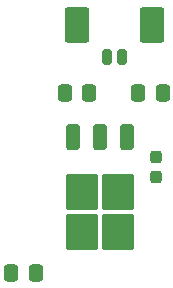
<source format=gtp>
%TF.GenerationSoftware,KiCad,Pcbnew,8.0.2-1*%
%TF.CreationDate,2024-05-20T16:42:59-04:00*%
%TF.ProjectId,humep1,68756d65-7031-42e6-9b69-6361645f7063,rev?*%
%TF.SameCoordinates,Original*%
%TF.FileFunction,Paste,Top*%
%TF.FilePolarity,Positive*%
%FSLAX46Y46*%
G04 Gerber Fmt 4.6, Leading zero omitted, Abs format (unit mm)*
G04 Created by KiCad (PCBNEW 8.0.2-1) date 2024-05-20 16:42:59*
%MOMM*%
%LPD*%
G01*
G04 APERTURE LIST*
G04 Aperture macros list*
%AMRoundRect*
0 Rectangle with rounded corners*
0 $1 Rounding radius*
0 $2 $3 $4 $5 $6 $7 $8 $9 X,Y pos of 4 corners*
0 Add a 4 corners polygon primitive as box body*
4,1,4,$2,$3,$4,$5,$6,$7,$8,$9,$2,$3,0*
0 Add four circle primitives for the rounded corners*
1,1,$1+$1,$2,$3*
1,1,$1+$1,$4,$5*
1,1,$1+$1,$6,$7*
1,1,$1+$1,$8,$9*
0 Add four rect primitives between the rounded corners*
20,1,$1+$1,$2,$3,$4,$5,0*
20,1,$1+$1,$4,$5,$6,$7,0*
20,1,$1+$1,$6,$7,$8,$9,0*
20,1,$1+$1,$8,$9,$2,$3,0*%
G04 Aperture macros list end*
%ADD10RoundRect,0.250000X0.337500X0.475000X-0.337500X0.475000X-0.337500X-0.475000X0.337500X-0.475000X0*%
%ADD11RoundRect,0.200000X0.200000X0.450000X-0.200000X0.450000X-0.200000X-0.450000X0.200000X-0.450000X0*%
%ADD12RoundRect,0.250001X0.799999X1.249999X-0.799999X1.249999X-0.799999X-1.249999X0.799999X-1.249999X0*%
%ADD13RoundRect,0.250000X-0.337500X-0.475000X0.337500X-0.475000X0.337500X0.475000X-0.337500X0.475000X0*%
%ADD14RoundRect,0.237500X-0.237500X0.300000X-0.237500X-0.300000X0.237500X-0.300000X0.237500X0.300000X0*%
%ADD15RoundRect,0.250000X-0.350000X0.850000X-0.350000X-0.850000X0.350000X-0.850000X0.350000X0.850000X0*%
%ADD16RoundRect,0.250000X-1.125000X1.275000X-1.125000X-1.275000X1.125000X-1.275000X1.125000X1.275000X0*%
G04 APERTURE END LIST*
D10*
%TO.C,1uF*%
X56537500Y-76500000D03*
X54462500Y-76500000D03*
%TD*%
D11*
%TO.C,BATTERY*%
X63875000Y-58250000D03*
X62625000Y-58250000D03*
D12*
X66425000Y-55500000D03*
X60075000Y-55500000D03*
%TD*%
D13*
%TO.C,10uF*%
X59000000Y-61300000D03*
X61075000Y-61300000D03*
%TD*%
D14*
%TO.C,0.1uF*%
X66750000Y-68412500D03*
X66750000Y-66687500D03*
%TD*%
D10*
%TO.C,10uF*%
X67287500Y-61300000D03*
X65212500Y-61300000D03*
%TD*%
D15*
%TO.C,U1*%
X64280000Y-65050000D03*
X62000000Y-65050000D03*
D16*
X63525000Y-69675000D03*
X60475000Y-69675000D03*
X63525000Y-73025000D03*
X60475000Y-73025000D03*
D15*
X59720000Y-65050000D03*
%TD*%
M02*

</source>
